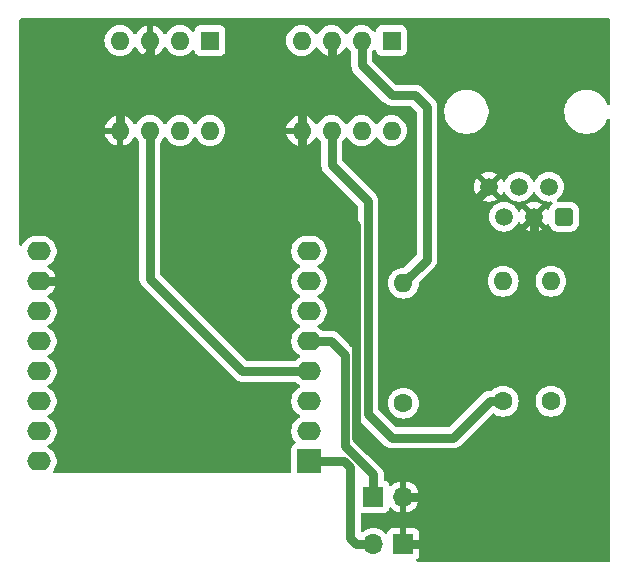
<source format=gtl>
G04 #@! TF.GenerationSoftware,KiCad,Pcbnew,8.0.5*
G04 #@! TF.CreationDate,2025-01-26T23:12:08+01:00*
G04 #@! TF.ProjectId,P1_Extender,50315f45-7874-4656-9e64-65722e6b6963,rev?*
G04 #@! TF.SameCoordinates,Original*
G04 #@! TF.FileFunction,Copper,L1,Top*
G04 #@! TF.FilePolarity,Positive*
%FSLAX46Y46*%
G04 Gerber Fmt 4.6, Leading zero omitted, Abs format (unit mm)*
G04 Created by KiCad (PCBNEW 8.0.5) date 2025-01-26 23:12:08*
%MOMM*%
%LPD*%
G01*
G04 APERTURE LIST*
G04 Aperture macros list*
%AMRoundRect*
0 Rectangle with rounded corners*
0 $1 Rounding radius*
0 $2 $3 $4 $5 $6 $7 $8 $9 X,Y pos of 4 corners*
0 Add a 4 corners polygon primitive as box body*
4,1,4,$2,$3,$4,$5,$6,$7,$8,$9,$2,$3,0*
0 Add four circle primitives for the rounded corners*
1,1,$1+$1,$2,$3*
1,1,$1+$1,$4,$5*
1,1,$1+$1,$6,$7*
1,1,$1+$1,$8,$9*
0 Add four rect primitives between the rounded corners*
20,1,$1+$1,$2,$3,$4,$5,0*
20,1,$1+$1,$4,$5,$6,$7,0*
20,1,$1+$1,$6,$7,$8,$9,0*
20,1,$1+$1,$8,$9,$2,$3,0*%
G04 Aperture macros list end*
G04 #@! TA.AperFunction,ComponentPad*
%ADD10C,1.600000*%
G04 #@! TD*
G04 #@! TA.AperFunction,ComponentPad*
%ADD11O,1.600000X1.600000*%
G04 #@! TD*
G04 #@! TA.AperFunction,ComponentPad*
%ADD12R,1.600000X1.600000*%
G04 #@! TD*
G04 #@! TA.AperFunction,ComponentPad*
%ADD13R,1.700000X1.700000*%
G04 #@! TD*
G04 #@! TA.AperFunction,ComponentPad*
%ADD14O,1.700000X1.700000*%
G04 #@! TD*
G04 #@! TA.AperFunction,ComponentPad*
%ADD15R,2.000000X2.000000*%
G04 #@! TD*
G04 #@! TA.AperFunction,ComponentPad*
%ADD16O,2.000000X1.600000*%
G04 #@! TD*
G04 #@! TA.AperFunction,ComponentPad*
%ADD17RoundRect,0.250000X0.510000X0.510000X-0.510000X0.510000X-0.510000X-0.510000X0.510000X-0.510000X0*%
G04 #@! TD*
G04 #@! TA.AperFunction,ComponentPad*
%ADD18C,1.520000*%
G04 #@! TD*
G04 #@! TA.AperFunction,Conductor*
%ADD19C,0.762000*%
G04 #@! TD*
G04 APERTURE END LIST*
D10*
X147000000Y-105080000D03*
D11*
X147000000Y-94920000D03*
D10*
X159500000Y-104910000D03*
D11*
X159500000Y-94750000D03*
D12*
X146000000Y-74380000D03*
D11*
X143460000Y-74380000D03*
X140920000Y-74380000D03*
X138380000Y-74380000D03*
X138380000Y-82000000D03*
X140920000Y-82000000D03*
X143460000Y-82000000D03*
X146000000Y-82000000D03*
D13*
X144460000Y-113000000D03*
D14*
X147000000Y-113000000D03*
D10*
X155450000Y-104910000D03*
D11*
X155450000Y-94750000D03*
D15*
X139000000Y-110000000D03*
D16*
X139000000Y-107460000D03*
X139000000Y-104920000D03*
X139000000Y-102380000D03*
X139000000Y-99840000D03*
X139000000Y-97300000D03*
X139000000Y-94760000D03*
X139000000Y-92220000D03*
X116140000Y-92220000D03*
X116140000Y-94760000D03*
X116140000Y-97300000D03*
X116140000Y-99840000D03*
X116140000Y-102380000D03*
X116140000Y-104920000D03*
X116140000Y-107460000D03*
X116140000Y-110000000D03*
D12*
X130620000Y-74380000D03*
D11*
X128080000Y-74380000D03*
X125540000Y-74380000D03*
X123000000Y-74380000D03*
X123000000Y-82000000D03*
X125540000Y-82000000D03*
X128080000Y-82000000D03*
X130620000Y-82000000D03*
D17*
X160600000Y-89290000D03*
D18*
X159330000Y-86750000D03*
X158060000Y-89290000D03*
X156790000Y-86750000D03*
X155520000Y-89290000D03*
X154250000Y-86750000D03*
D13*
X147000000Y-117000000D03*
D14*
X144460000Y-117000000D03*
D19*
X148000000Y-111000000D02*
X150000000Y-113000000D01*
X141000000Y-77000000D02*
X140920000Y-76920000D01*
X116140000Y-94760000D02*
X118240000Y-94760000D01*
X156500000Y-92500000D02*
X160500000Y-92500000D01*
X140920000Y-76920000D02*
X140920000Y-74380000D01*
X118240000Y-94760000D02*
X119000000Y-94000000D01*
X123000000Y-82000000D02*
X123000000Y-78000000D01*
X119000000Y-90000000D02*
X121000000Y-88000000D01*
X135760000Y-77000000D02*
X124000000Y-77000000D01*
X138380000Y-82000000D02*
X138380000Y-79620000D01*
X123000000Y-78000000D02*
X124000000Y-77000000D01*
X163000000Y-95000000D02*
X163000000Y-114000000D01*
X121000000Y-88000000D02*
X121000000Y-80000000D01*
X152000000Y-90000000D02*
X152000000Y-91000000D01*
X143000000Y-108000000D02*
X146000000Y-111000000D01*
X154250000Y-86750000D02*
X152000000Y-89000000D01*
X124000000Y-77000000D02*
X125540000Y-75460000D01*
X153500000Y-92500000D02*
X156500000Y-92500000D01*
X138380000Y-79620000D02*
X135760000Y-77000000D01*
X150000000Y-113000000D02*
X147000000Y-113000000D01*
X150000000Y-113000000D02*
X154000000Y-117000000D01*
X156500000Y-92500000D02*
X158060000Y-90940000D01*
X158060000Y-90940000D02*
X158060000Y-89290000D01*
X121000000Y-80000000D02*
X123000000Y-78000000D01*
X154000000Y-117000000D02*
X147000000Y-117000000D01*
X163000000Y-114000000D02*
X160000000Y-117000000D01*
X138380000Y-79620000D02*
X141000000Y-77000000D01*
X143000000Y-90000000D02*
X143000000Y-108000000D01*
X153000000Y-92000000D02*
X153500000Y-92500000D01*
X146000000Y-111000000D02*
X148000000Y-111000000D01*
X152000000Y-89000000D02*
X152000000Y-90000000D01*
X138380000Y-82000000D02*
X138380000Y-85380000D01*
X160500000Y-92500000D02*
X163000000Y-95000000D01*
X125540000Y-75460000D02*
X125540000Y-74380000D01*
X119000000Y-94000000D02*
X119000000Y-90000000D01*
X138380000Y-85380000D02*
X143000000Y-90000000D01*
X152000000Y-91000000D02*
X153000000Y-92000000D01*
X160000000Y-117000000D02*
X154000000Y-117000000D01*
X142000000Y-110000000D02*
X142500000Y-110500000D01*
X139000000Y-110000000D02*
X142000000Y-110000000D01*
X142500000Y-116500000D02*
X143000000Y-117000000D01*
X142500000Y-110500000D02*
X142500000Y-116500000D01*
X143000000Y-117000000D02*
X144460000Y-117000000D01*
X143460000Y-74380000D02*
X143460000Y-76460000D01*
X148000000Y-79000000D02*
X149000000Y-80000000D01*
X143460000Y-76460000D02*
X146000000Y-79000000D01*
X149000000Y-80000000D02*
X149000000Y-92920000D01*
X149000000Y-92920000D02*
X147000000Y-94920000D01*
X146000000Y-79000000D02*
X148000000Y-79000000D01*
X140920000Y-84920000D02*
X140920000Y-82000000D01*
X144000000Y-88000000D02*
X140920000Y-84920000D01*
X151228630Y-108000000D02*
X146000000Y-108000000D01*
X155450000Y-104910000D02*
X154318630Y-104910000D01*
X154318630Y-104910000D02*
X151228630Y-108000000D01*
X144000000Y-106000000D02*
X144000000Y-88000000D01*
X146000000Y-108000000D02*
X144000000Y-106000000D01*
X139000000Y-99840000D02*
X140878000Y-99840000D01*
X142038000Y-101000000D02*
X142038000Y-108677526D01*
X140878000Y-99840000D02*
X142038000Y-101000000D01*
X142038000Y-108677526D02*
X144460000Y-111099526D01*
X144460000Y-111099526D02*
X144460000Y-113000000D01*
X125540000Y-82000000D02*
X125540000Y-94540000D01*
X125540000Y-94540000D02*
X133380000Y-102380000D01*
X133380000Y-102380000D02*
X139000000Y-102380000D01*
G04 #@! TA.AperFunction,Conductor*
G36*
X164442539Y-72520185D02*
G01*
X164488294Y-72572989D01*
X164499500Y-72624500D01*
X164499500Y-79702911D01*
X164479815Y-79769950D01*
X164427011Y-79815705D01*
X164357853Y-79825649D01*
X164294297Y-79796624D01*
X164260939Y-79750364D01*
X164185697Y-79568714D01*
X164185692Y-79568705D01*
X164062767Y-79355792D01*
X163913101Y-79160744D01*
X163913096Y-79160738D01*
X163739261Y-78986903D01*
X163739254Y-78986897D01*
X163544212Y-78837236D01*
X163544211Y-78837235D01*
X163544208Y-78837233D01*
X163331292Y-78714306D01*
X163331285Y-78714303D01*
X163104162Y-78620225D01*
X163104155Y-78620223D01*
X163104153Y-78620222D01*
X162866677Y-78556591D01*
X162825939Y-78551227D01*
X162622934Y-78524500D01*
X162622927Y-78524500D01*
X162377073Y-78524500D01*
X162377065Y-78524500D01*
X162145059Y-78555045D01*
X162133323Y-78556591D01*
X161895847Y-78620222D01*
X161895837Y-78620225D01*
X161668714Y-78714303D01*
X161668705Y-78714307D01*
X161455787Y-78837236D01*
X161260745Y-78986897D01*
X161260738Y-78986903D01*
X161086903Y-79160738D01*
X161086897Y-79160745D01*
X160937236Y-79355787D01*
X160814307Y-79568705D01*
X160814303Y-79568714D01*
X160720225Y-79795837D01*
X160720222Y-79795847D01*
X160656592Y-80033320D01*
X160656590Y-80033331D01*
X160624500Y-80277065D01*
X160624500Y-80522934D01*
X160647093Y-80694532D01*
X160656591Y-80766677D01*
X160717832Y-80995232D01*
X160720222Y-81004152D01*
X160720225Y-81004162D01*
X160785264Y-81161179D01*
X160814306Y-81231292D01*
X160937233Y-81444208D01*
X160937235Y-81444211D01*
X160937236Y-81444212D01*
X161086897Y-81639254D01*
X161086903Y-81639261D01*
X161260738Y-81813096D01*
X161260744Y-81813101D01*
X161455792Y-81962767D01*
X161668708Y-82085694D01*
X161895847Y-82179778D01*
X162133323Y-82243409D01*
X162377073Y-82275500D01*
X162377080Y-82275500D01*
X162622920Y-82275500D01*
X162622927Y-82275500D01*
X162866677Y-82243409D01*
X163104153Y-82179778D01*
X163331292Y-82085694D01*
X163544208Y-81962767D01*
X163739256Y-81813101D01*
X163913101Y-81639256D01*
X164062767Y-81444208D01*
X164185694Y-81231292D01*
X164260939Y-81049635D01*
X164304780Y-80995232D01*
X164371074Y-80973167D01*
X164438773Y-80990446D01*
X164486384Y-81041583D01*
X164499500Y-81097088D01*
X164499500Y-118375500D01*
X164479815Y-118442539D01*
X164427011Y-118488294D01*
X164375500Y-118499500D01*
X148189269Y-118499500D01*
X148122230Y-118479815D01*
X148076475Y-118427011D01*
X148066531Y-118357853D01*
X148095556Y-118294297D01*
X148114958Y-118276234D01*
X148207187Y-118207190D01*
X148207190Y-118207187D01*
X148293350Y-118092093D01*
X148293354Y-118092086D01*
X148343596Y-117957379D01*
X148343598Y-117957372D01*
X148349999Y-117897844D01*
X148350000Y-117897827D01*
X148350000Y-117250000D01*
X147433012Y-117250000D01*
X147465925Y-117192993D01*
X147500000Y-117065826D01*
X147500000Y-116934174D01*
X147465925Y-116807007D01*
X147433012Y-116750000D01*
X148350000Y-116750000D01*
X148350000Y-116102172D01*
X148349999Y-116102155D01*
X148343598Y-116042627D01*
X148343596Y-116042620D01*
X148293354Y-115907913D01*
X148293350Y-115907906D01*
X148207190Y-115792812D01*
X148207187Y-115792809D01*
X148092093Y-115706649D01*
X148092086Y-115706645D01*
X147957379Y-115656403D01*
X147957372Y-115656401D01*
X147897844Y-115650000D01*
X147250000Y-115650000D01*
X147250000Y-116566988D01*
X147192993Y-116534075D01*
X147065826Y-116500000D01*
X146934174Y-116500000D01*
X146807007Y-116534075D01*
X146750000Y-116566988D01*
X146750000Y-115650000D01*
X146102155Y-115650000D01*
X146042627Y-115656401D01*
X146042620Y-115656403D01*
X145907913Y-115706645D01*
X145907906Y-115706649D01*
X145792812Y-115792809D01*
X145792809Y-115792812D01*
X145706649Y-115907906D01*
X145706645Y-115907913D01*
X145657578Y-116039470D01*
X145615707Y-116095404D01*
X145550242Y-116119821D01*
X145481969Y-116104969D01*
X145453715Y-116083819D01*
X145409366Y-116039470D01*
X145331401Y-115961505D01*
X145331397Y-115961502D01*
X145331396Y-115961501D01*
X145137834Y-115825967D01*
X145137830Y-115825965D01*
X145066727Y-115792809D01*
X144923663Y-115726097D01*
X144923659Y-115726096D01*
X144923655Y-115726094D01*
X144695413Y-115664938D01*
X144695403Y-115664936D01*
X144460001Y-115644341D01*
X144459999Y-115644341D01*
X144224596Y-115664936D01*
X144224586Y-115664938D01*
X143996344Y-115726094D01*
X143996335Y-115726098D01*
X143782171Y-115825964D01*
X143782169Y-115825965D01*
X143588602Y-115961502D01*
X143585201Y-115964356D01*
X143521191Y-115992365D01*
X143452200Y-115981322D01*
X143400131Y-115934733D01*
X143381500Y-115869362D01*
X143381500Y-114469126D01*
X143401185Y-114402087D01*
X143453989Y-114356332D01*
X143518755Y-114345837D01*
X143525965Y-114346612D01*
X143562127Y-114350500D01*
X145357872Y-114350499D01*
X145417483Y-114344091D01*
X145552331Y-114293796D01*
X145667546Y-114207546D01*
X145753796Y-114092331D01*
X145803002Y-113960401D01*
X145844872Y-113904468D01*
X145910337Y-113880050D01*
X145978610Y-113894901D01*
X146006865Y-113916053D01*
X146128917Y-114038105D01*
X146322421Y-114173600D01*
X146536507Y-114273429D01*
X146536516Y-114273433D01*
X146750000Y-114330634D01*
X146750000Y-113433012D01*
X146807007Y-113465925D01*
X146934174Y-113500000D01*
X147065826Y-113500000D01*
X147192993Y-113465925D01*
X147250000Y-113433012D01*
X147250000Y-114330633D01*
X147463483Y-114273433D01*
X147463492Y-114273429D01*
X147677578Y-114173600D01*
X147871082Y-114038105D01*
X148038105Y-113871082D01*
X148173600Y-113677578D01*
X148273429Y-113463492D01*
X148273432Y-113463486D01*
X148330636Y-113250000D01*
X147433012Y-113250000D01*
X147465925Y-113192993D01*
X147500000Y-113065826D01*
X147500000Y-112934174D01*
X147465925Y-112807007D01*
X147433012Y-112750000D01*
X148330636Y-112750000D01*
X148330635Y-112749999D01*
X148273432Y-112536513D01*
X148273429Y-112536507D01*
X148173600Y-112322422D01*
X148173599Y-112322420D01*
X148038113Y-112128926D01*
X148038108Y-112128920D01*
X147871082Y-111961894D01*
X147677578Y-111826399D01*
X147463492Y-111726570D01*
X147463486Y-111726567D01*
X147250000Y-111669364D01*
X147250000Y-112566988D01*
X147192993Y-112534075D01*
X147065826Y-112500000D01*
X146934174Y-112500000D01*
X146807007Y-112534075D01*
X146750000Y-112566988D01*
X146750000Y-111669364D01*
X146749999Y-111669364D01*
X146536513Y-111726567D01*
X146536507Y-111726570D01*
X146322422Y-111826399D01*
X146322420Y-111826400D01*
X146128926Y-111961886D01*
X146006865Y-112083947D01*
X145945542Y-112117431D01*
X145875850Y-112112447D01*
X145819917Y-112070575D01*
X145803002Y-112039598D01*
X145753797Y-111907671D01*
X145753793Y-111907664D01*
X145667547Y-111792455D01*
X145667544Y-111792452D01*
X145552335Y-111706206D01*
X145552328Y-111706202D01*
X145422167Y-111657655D01*
X145366233Y-111615784D01*
X145341816Y-111550319D01*
X145341500Y-111541473D01*
X145341500Y-111012704D01*
X145322571Y-110917548D01*
X145322571Y-110917547D01*
X145307624Y-110842402D01*
X145291011Y-110802296D01*
X145241178Y-110681985D01*
X145241171Y-110681972D01*
X145144705Y-110537602D01*
X145144702Y-110537598D01*
X142955819Y-108348715D01*
X142922334Y-108287392D01*
X142919500Y-108261034D01*
X142919500Y-106318301D01*
X142939185Y-106251262D01*
X142991989Y-106205507D01*
X143061147Y-106195563D01*
X143124703Y-106224588D01*
X143158061Y-106270849D01*
X143205537Y-106385468D01*
X143218825Y-106417547D01*
X143252555Y-106468028D01*
X143315295Y-106561926D01*
X145438073Y-108684704D01*
X145582456Y-108781177D01*
X145742871Y-108847622D01*
X145742876Y-108847624D01*
X145742880Y-108847624D01*
X145742881Y-108847625D01*
X145913176Y-108881500D01*
X145913179Y-108881500D01*
X151315453Y-108881500D01*
X151430023Y-108858709D01*
X151485754Y-108847624D01*
X151565965Y-108814399D01*
X151646173Y-108781177D01*
X151646174Y-108781176D01*
X151646177Y-108781175D01*
X151790554Y-108684706D01*
X154510441Y-105964818D01*
X154571762Y-105931335D01*
X154641454Y-105936319D01*
X154669242Y-105950925D01*
X154797266Y-106040568D01*
X155003504Y-106136739D01*
X155223308Y-106195635D01*
X155385230Y-106209801D01*
X155449998Y-106215468D01*
X155450000Y-106215468D01*
X155450002Y-106215468D01*
X155506673Y-106210509D01*
X155676692Y-106195635D01*
X155896496Y-106136739D01*
X156102734Y-106040568D01*
X156289139Y-105910047D01*
X156450047Y-105749139D01*
X156580568Y-105562734D01*
X156676739Y-105356496D01*
X156735635Y-105136692D01*
X156755468Y-104910000D01*
X156755468Y-104909998D01*
X158194532Y-104909998D01*
X158194532Y-104910001D01*
X158214364Y-105136686D01*
X158214366Y-105136697D01*
X158273258Y-105356488D01*
X158273261Y-105356497D01*
X158369431Y-105562732D01*
X158369432Y-105562734D01*
X158499954Y-105749141D01*
X158660858Y-105910045D01*
X158660861Y-105910047D01*
X158847266Y-106040568D01*
X159053504Y-106136739D01*
X159273308Y-106195635D01*
X159435230Y-106209801D01*
X159499998Y-106215468D01*
X159500000Y-106215468D01*
X159500002Y-106215468D01*
X159556673Y-106210509D01*
X159726692Y-106195635D01*
X159946496Y-106136739D01*
X160152734Y-106040568D01*
X160339139Y-105910047D01*
X160500047Y-105749139D01*
X160630568Y-105562734D01*
X160726739Y-105356496D01*
X160785635Y-105136692D01*
X160805468Y-104910000D01*
X160785635Y-104683308D01*
X160726739Y-104463504D01*
X160630568Y-104257266D01*
X160500047Y-104070861D01*
X160500045Y-104070858D01*
X160339141Y-103909954D01*
X160152734Y-103779432D01*
X160152732Y-103779431D01*
X159946497Y-103683261D01*
X159946488Y-103683258D01*
X159726697Y-103624366D01*
X159726693Y-103624365D01*
X159726692Y-103624365D01*
X159726691Y-103624364D01*
X159726686Y-103624364D01*
X159500002Y-103604532D01*
X159499998Y-103604532D01*
X159273313Y-103624364D01*
X159273302Y-103624366D01*
X159053511Y-103683258D01*
X159053502Y-103683261D01*
X158847267Y-103779431D01*
X158847265Y-103779432D01*
X158660858Y-103909954D01*
X158499954Y-104070858D01*
X158369432Y-104257265D01*
X158369431Y-104257267D01*
X158273261Y-104463502D01*
X158273258Y-104463511D01*
X158214366Y-104683302D01*
X158214364Y-104683313D01*
X158194532Y-104909998D01*
X156755468Y-104909998D01*
X156735635Y-104683308D01*
X156676739Y-104463504D01*
X156580568Y-104257266D01*
X156450047Y-104070861D01*
X156450045Y-104070858D01*
X156289141Y-103909954D01*
X156102734Y-103779432D01*
X156102732Y-103779431D01*
X155896497Y-103683261D01*
X155896488Y-103683258D01*
X155676697Y-103624366D01*
X155676693Y-103624365D01*
X155676692Y-103624365D01*
X155676691Y-103624364D01*
X155676686Y-103624364D01*
X155450002Y-103604532D01*
X155449998Y-103604532D01*
X155223313Y-103624364D01*
X155223302Y-103624366D01*
X155003511Y-103683258D01*
X155003502Y-103683261D01*
X154797267Y-103779431D01*
X154797265Y-103779432D01*
X154610862Y-103909951D01*
X154571383Y-103949431D01*
X154528631Y-103992182D01*
X154467311Y-104025666D01*
X154440952Y-104028500D01*
X154231804Y-104028500D01*
X154061513Y-104062373D01*
X154061505Y-104062375D01*
X153948070Y-104109362D01*
X153948069Y-104109362D01*
X153901090Y-104128821D01*
X153901085Y-104128823D01*
X153901083Y-104128825D01*
X153880214Y-104142768D01*
X153880074Y-104142863D01*
X153880073Y-104142862D01*
X153756703Y-104225295D01*
X153756700Y-104225298D01*
X150899819Y-107082181D01*
X150838496Y-107115666D01*
X150812138Y-107118500D01*
X146416492Y-107118500D01*
X146349453Y-107098815D01*
X146328811Y-107082181D01*
X144917819Y-105671189D01*
X144884334Y-105609866D01*
X144881500Y-105583508D01*
X144881500Y-105079998D01*
X145694532Y-105079998D01*
X145694532Y-105080001D01*
X145714364Y-105306686D01*
X145714366Y-105306697D01*
X145773258Y-105526488D01*
X145773261Y-105526497D01*
X145869431Y-105732732D01*
X145869432Y-105732734D01*
X145999954Y-105919141D01*
X146160858Y-106080045D01*
X146160861Y-106080047D01*
X146347266Y-106210568D01*
X146553504Y-106306739D01*
X146773308Y-106365635D01*
X146935230Y-106379801D01*
X146999998Y-106385468D01*
X147000000Y-106385468D01*
X147000002Y-106385468D01*
X147056673Y-106380509D01*
X147226692Y-106365635D01*
X147446496Y-106306739D01*
X147652734Y-106210568D01*
X147839139Y-106080047D01*
X148000047Y-105919139D01*
X148130568Y-105732734D01*
X148226739Y-105526496D01*
X148285635Y-105306692D01*
X148305468Y-105080000D01*
X148285635Y-104853308D01*
X148226739Y-104633504D01*
X148130568Y-104427266D01*
X148000047Y-104240861D01*
X148000045Y-104240858D01*
X147839141Y-104079954D01*
X147652734Y-103949432D01*
X147652732Y-103949431D01*
X147446497Y-103853261D01*
X147446488Y-103853258D01*
X147226697Y-103794366D01*
X147226693Y-103794365D01*
X147226692Y-103794365D01*
X147226691Y-103794364D01*
X147226686Y-103794364D01*
X147000002Y-103774532D01*
X146999998Y-103774532D01*
X146773313Y-103794364D01*
X146773302Y-103794366D01*
X146553511Y-103853258D01*
X146553502Y-103853261D01*
X146347267Y-103949431D01*
X146347265Y-103949432D01*
X146160858Y-104079954D01*
X145999954Y-104240858D01*
X145869432Y-104427265D01*
X145869431Y-104427267D01*
X145773261Y-104633502D01*
X145773258Y-104633511D01*
X145714366Y-104853302D01*
X145714364Y-104853313D01*
X145694532Y-105079998D01*
X144881500Y-105079998D01*
X144881500Y-87913178D01*
X144881499Y-87913174D01*
X144868097Y-87845796D01*
X144847625Y-87742876D01*
X144783499Y-87588065D01*
X144781856Y-87583473D01*
X144781175Y-87582453D01*
X144684706Y-87438077D01*
X144561923Y-87315294D01*
X143299876Y-86053247D01*
X141837819Y-84591189D01*
X141804334Y-84529866D01*
X141801500Y-84503508D01*
X141801500Y-83009048D01*
X141821185Y-82942009D01*
X141837814Y-82921371D01*
X141920047Y-82839139D01*
X142050568Y-82652734D01*
X142077618Y-82594724D01*
X142123790Y-82542285D01*
X142190983Y-82523133D01*
X142257865Y-82543348D01*
X142302382Y-82594725D01*
X142329429Y-82652728D01*
X142329432Y-82652734D01*
X142459954Y-82839141D01*
X142620858Y-83000045D01*
X142620861Y-83000047D01*
X142807266Y-83130568D01*
X143013504Y-83226739D01*
X143233308Y-83285635D01*
X143395230Y-83299801D01*
X143459998Y-83305468D01*
X143460000Y-83305468D01*
X143460002Y-83305468D01*
X143516673Y-83300509D01*
X143686692Y-83285635D01*
X143906496Y-83226739D01*
X144112734Y-83130568D01*
X144299139Y-83000047D01*
X144460047Y-82839139D01*
X144590568Y-82652734D01*
X144617618Y-82594724D01*
X144663790Y-82542285D01*
X144730983Y-82523133D01*
X144797865Y-82543348D01*
X144842382Y-82594725D01*
X144869429Y-82652728D01*
X144869432Y-82652734D01*
X144999954Y-82839141D01*
X145160858Y-83000045D01*
X145160861Y-83000047D01*
X145347266Y-83130568D01*
X145553504Y-83226739D01*
X145773308Y-83285635D01*
X145935230Y-83299801D01*
X145999998Y-83305468D01*
X146000000Y-83305468D01*
X146000002Y-83305468D01*
X146056673Y-83300509D01*
X146226692Y-83285635D01*
X146446496Y-83226739D01*
X146652734Y-83130568D01*
X146839139Y-83000047D01*
X147000047Y-82839139D01*
X147130568Y-82652734D01*
X147226739Y-82446496D01*
X147285635Y-82226692D01*
X147305468Y-82000000D01*
X147285635Y-81773308D01*
X147226739Y-81553504D01*
X147130568Y-81347266D01*
X147000047Y-81160861D01*
X147000045Y-81160858D01*
X146839141Y-80999954D01*
X146652734Y-80869432D01*
X146652732Y-80869431D01*
X146446497Y-80773261D01*
X146446488Y-80773258D01*
X146226697Y-80714366D01*
X146226693Y-80714365D01*
X146226692Y-80714365D01*
X146226691Y-80714364D01*
X146226686Y-80714364D01*
X146000002Y-80694532D01*
X145999998Y-80694532D01*
X145773313Y-80714364D01*
X145773302Y-80714366D01*
X145553511Y-80773258D01*
X145553502Y-80773261D01*
X145347267Y-80869431D01*
X145347265Y-80869432D01*
X145160858Y-80999954D01*
X144999954Y-81160858D01*
X144869432Y-81347265D01*
X144869431Y-81347267D01*
X144842382Y-81405275D01*
X144796209Y-81457714D01*
X144729016Y-81476866D01*
X144662135Y-81456650D01*
X144617618Y-81405275D01*
X144590686Y-81347520D01*
X144590568Y-81347266D01*
X144460047Y-81160861D01*
X144460045Y-81160858D01*
X144299141Y-80999954D01*
X144112734Y-80869432D01*
X144112732Y-80869431D01*
X143906497Y-80773261D01*
X143906488Y-80773258D01*
X143686697Y-80714366D01*
X143686693Y-80714365D01*
X143686692Y-80714365D01*
X143686691Y-80714364D01*
X143686686Y-80714364D01*
X143460002Y-80694532D01*
X143459998Y-80694532D01*
X143233313Y-80714364D01*
X143233302Y-80714366D01*
X143013511Y-80773258D01*
X143013502Y-80773261D01*
X142807267Y-80869431D01*
X142807265Y-80869432D01*
X142620858Y-80999954D01*
X142459954Y-81160858D01*
X142329432Y-81347265D01*
X142329431Y-81347267D01*
X142302382Y-81405275D01*
X142256209Y-81457714D01*
X142189016Y-81476866D01*
X142122135Y-81456650D01*
X142077618Y-81405275D01*
X142050686Y-81347520D01*
X142050568Y-81347266D01*
X141920047Y-81160861D01*
X141920045Y-81160858D01*
X141759141Y-80999954D01*
X141572734Y-80869432D01*
X141572732Y-80869431D01*
X141366497Y-80773261D01*
X141366488Y-80773258D01*
X141146697Y-80714366D01*
X141146693Y-80714365D01*
X141146692Y-80714365D01*
X141146691Y-80714364D01*
X141146686Y-80714364D01*
X140920002Y-80694532D01*
X140919998Y-80694532D01*
X140693313Y-80714364D01*
X140693302Y-80714366D01*
X140473511Y-80773258D01*
X140473502Y-80773261D01*
X140267267Y-80869431D01*
X140267265Y-80869432D01*
X140080858Y-80999954D01*
X139919954Y-81160858D01*
X139789433Y-81347264D01*
X139789432Y-81347266D01*
X139789315Y-81347518D01*
X139762106Y-81405867D01*
X139715933Y-81458306D01*
X139648739Y-81477457D01*
X139581858Y-81457241D01*
X139537342Y-81405865D01*
X139510135Y-81347520D01*
X139510134Y-81347518D01*
X139379657Y-81161179D01*
X139218820Y-81000342D01*
X139032482Y-80869865D01*
X138826328Y-80773734D01*
X138630000Y-80721127D01*
X138630000Y-81684314D01*
X138625606Y-81679920D01*
X138534394Y-81627259D01*
X138432661Y-81600000D01*
X138327339Y-81600000D01*
X138225606Y-81627259D01*
X138134394Y-81679920D01*
X138130000Y-81684314D01*
X138130000Y-80721127D01*
X137933671Y-80773734D01*
X137727517Y-80869865D01*
X137541179Y-81000342D01*
X137380342Y-81161179D01*
X137249865Y-81347517D01*
X137153734Y-81553673D01*
X137153730Y-81553682D01*
X137101127Y-81749999D01*
X137101128Y-81750000D01*
X138064314Y-81750000D01*
X138059920Y-81754394D01*
X138007259Y-81845606D01*
X137980000Y-81947339D01*
X137980000Y-82052661D01*
X138007259Y-82154394D01*
X138059920Y-82245606D01*
X138064314Y-82250000D01*
X137101128Y-82250000D01*
X137153730Y-82446317D01*
X137153734Y-82446326D01*
X137249865Y-82652482D01*
X137380342Y-82838820D01*
X137541179Y-82999657D01*
X137727517Y-83130134D01*
X137933673Y-83226265D01*
X137933682Y-83226269D01*
X138129999Y-83278872D01*
X138130000Y-83278871D01*
X138130000Y-82315686D01*
X138134394Y-82320080D01*
X138225606Y-82372741D01*
X138327339Y-82400000D01*
X138432661Y-82400000D01*
X138534394Y-82372741D01*
X138625606Y-82320080D01*
X138630000Y-82315686D01*
X138630000Y-83278872D01*
X138826317Y-83226269D01*
X138826326Y-83226265D01*
X139032482Y-83130134D01*
X139218820Y-82999657D01*
X139379657Y-82838820D01*
X139510132Y-82652484D01*
X139537341Y-82594134D01*
X139583513Y-82541695D01*
X139650707Y-82522542D01*
X139717588Y-82542757D01*
X139762106Y-82594133D01*
X139789431Y-82652732D01*
X139789432Y-82652734D01*
X139919951Y-82839137D01*
X139919952Y-82839138D01*
X139919953Y-82839139D01*
X140002182Y-82921368D01*
X140035666Y-82982689D01*
X140038500Y-83009048D01*
X140038500Y-84833179D01*
X140038500Y-85006821D01*
X140038500Y-85006823D01*
X140038499Y-85006823D01*
X140072374Y-85177118D01*
X140072377Y-85177128D01*
X140138822Y-85337543D01*
X140235295Y-85481926D01*
X140235296Y-85481927D01*
X143082181Y-88328810D01*
X143115666Y-88390133D01*
X143118500Y-88416491D01*
X143118500Y-100681696D01*
X143098815Y-100748735D01*
X143046011Y-100794490D01*
X142976853Y-100804434D01*
X142913297Y-100775409D01*
X142879939Y-100729150D01*
X142821499Y-100588065D01*
X142819856Y-100583473D01*
X142819175Y-100582453D01*
X142722706Y-100438077D01*
X142599923Y-100315294D01*
X142429163Y-100144534D01*
X141439927Y-99155296D01*
X141439926Y-99155295D01*
X141295543Y-99058822D01*
X141135128Y-98992377D01*
X141135118Y-98992374D01*
X140964823Y-98958500D01*
X140964821Y-98958500D01*
X140964820Y-98958500D01*
X140209047Y-98958500D01*
X140142008Y-98938815D01*
X140121366Y-98922181D01*
X140047213Y-98848028D01*
X139881614Y-98727715D01*
X139875006Y-98724348D01*
X139788917Y-98680483D01*
X139738123Y-98632511D01*
X139721328Y-98564690D01*
X139743865Y-98498555D01*
X139788917Y-98459516D01*
X139881610Y-98412287D01*
X139902770Y-98396913D01*
X140047213Y-98291971D01*
X140047215Y-98291968D01*
X140047219Y-98291966D01*
X140191966Y-98147219D01*
X140191968Y-98147215D01*
X140191971Y-98147213D01*
X140244732Y-98074590D01*
X140312287Y-97981610D01*
X140405220Y-97799219D01*
X140468477Y-97604534D01*
X140500500Y-97402352D01*
X140500500Y-97197648D01*
X140468477Y-96995466D01*
X140405220Y-96800781D01*
X140405218Y-96800778D01*
X140405218Y-96800776D01*
X140371503Y-96734607D01*
X140312287Y-96618390D01*
X140304556Y-96607749D01*
X140191971Y-96452786D01*
X140047213Y-96308028D01*
X139881614Y-96187715D01*
X139875006Y-96184348D01*
X139788917Y-96140483D01*
X139738123Y-96092511D01*
X139721328Y-96024690D01*
X139743865Y-95958555D01*
X139788917Y-95919516D01*
X139881610Y-95872287D01*
X139902770Y-95856913D01*
X140047213Y-95751971D01*
X140047215Y-95751968D01*
X140047219Y-95751966D01*
X140191966Y-95607219D01*
X140191968Y-95607215D01*
X140191971Y-95607213D01*
X140244732Y-95534590D01*
X140312287Y-95441610D01*
X140405220Y-95259219D01*
X140468477Y-95064534D01*
X140500500Y-94862352D01*
X140500500Y-94657648D01*
X140478889Y-94521206D01*
X140468477Y-94455465D01*
X140419104Y-94303511D01*
X140405220Y-94260781D01*
X140405218Y-94260778D01*
X140405218Y-94260776D01*
X140348706Y-94149866D01*
X140312287Y-94078390D01*
X140304556Y-94067749D01*
X140191971Y-93912786D01*
X140047213Y-93768028D01*
X139881614Y-93647715D01*
X139826105Y-93619432D01*
X139788917Y-93600483D01*
X139738123Y-93552511D01*
X139721328Y-93484690D01*
X139743865Y-93418555D01*
X139788917Y-93379516D01*
X139881610Y-93332287D01*
X139902770Y-93316913D01*
X140047213Y-93211971D01*
X140047215Y-93211968D01*
X140047219Y-93211966D01*
X140191966Y-93067219D01*
X140191968Y-93067215D01*
X140191971Y-93067213D01*
X140244732Y-92994590D01*
X140312287Y-92901610D01*
X140405220Y-92719219D01*
X140468477Y-92524534D01*
X140500500Y-92322352D01*
X140500500Y-92117648D01*
X140468477Y-91915466D01*
X140405220Y-91720781D01*
X140405218Y-91720778D01*
X140405218Y-91720776D01*
X140371503Y-91654607D01*
X140312287Y-91538390D01*
X140304556Y-91527749D01*
X140191971Y-91372786D01*
X140047213Y-91228028D01*
X139881613Y-91107715D01*
X139881612Y-91107714D01*
X139881610Y-91107713D01*
X139824653Y-91078691D01*
X139699223Y-91014781D01*
X139504534Y-90951522D01*
X139329995Y-90923878D01*
X139302352Y-90919500D01*
X138697648Y-90919500D01*
X138673329Y-90923351D01*
X138495465Y-90951522D01*
X138300776Y-91014781D01*
X138118386Y-91107715D01*
X137952786Y-91228028D01*
X137808028Y-91372786D01*
X137687715Y-91538386D01*
X137594781Y-91720776D01*
X137531522Y-91915465D01*
X137499500Y-92117648D01*
X137499500Y-92322351D01*
X137531522Y-92524534D01*
X137594781Y-92719223D01*
X137687715Y-92901613D01*
X137808028Y-93067213D01*
X137952786Y-93211971D01*
X138107749Y-93324556D01*
X138118390Y-93332287D01*
X138209840Y-93378883D01*
X138211080Y-93379515D01*
X138261876Y-93427490D01*
X138278671Y-93495311D01*
X138256134Y-93561446D01*
X138211080Y-93600485D01*
X138118386Y-93647715D01*
X137952786Y-93768028D01*
X137808028Y-93912786D01*
X137687715Y-94078386D01*
X137594781Y-94260776D01*
X137531522Y-94455465D01*
X137499500Y-94657648D01*
X137499500Y-94862351D01*
X137531522Y-95064534D01*
X137594781Y-95259223D01*
X137687715Y-95441613D01*
X137808028Y-95607213D01*
X137952786Y-95751971D01*
X138107749Y-95864556D01*
X138118390Y-95872287D01*
X138209840Y-95918883D01*
X138211080Y-95919515D01*
X138261876Y-95967490D01*
X138278671Y-96035311D01*
X138256134Y-96101446D01*
X138211080Y-96140485D01*
X138118386Y-96187715D01*
X137952786Y-96308028D01*
X137808028Y-96452786D01*
X137687715Y-96618386D01*
X137594781Y-96800776D01*
X137531522Y-96995465D01*
X137499500Y-97197648D01*
X137499500Y-97402351D01*
X137531522Y-97604534D01*
X137594781Y-97799223D01*
X137687715Y-97981613D01*
X137808028Y-98147213D01*
X137952786Y-98291971D01*
X138107749Y-98404556D01*
X138118390Y-98412287D01*
X138209840Y-98458883D01*
X138211080Y-98459515D01*
X138261876Y-98507490D01*
X138278671Y-98575311D01*
X138256134Y-98641446D01*
X138211080Y-98680485D01*
X138118386Y-98727715D01*
X137952786Y-98848028D01*
X137808028Y-98992786D01*
X137687715Y-99158386D01*
X137594781Y-99340776D01*
X137531522Y-99535465D01*
X137499500Y-99737648D01*
X137499500Y-99942351D01*
X137531522Y-100144534D01*
X137594781Y-100339223D01*
X137687715Y-100521613D01*
X137808028Y-100687213D01*
X137952786Y-100831971D01*
X138064563Y-100913180D01*
X138118390Y-100952287D01*
X138209840Y-100998883D01*
X138211080Y-100999515D01*
X138261876Y-101047490D01*
X138278671Y-101115311D01*
X138256134Y-101181446D01*
X138211080Y-101220485D01*
X138118386Y-101267715D01*
X137952786Y-101388028D01*
X137952782Y-101388032D01*
X137878634Y-101462181D01*
X137817311Y-101495666D01*
X137790953Y-101498500D01*
X133796491Y-101498500D01*
X133729452Y-101478815D01*
X133708810Y-101462181D01*
X126457819Y-94211189D01*
X126424334Y-94149866D01*
X126421500Y-94123508D01*
X126421500Y-83009048D01*
X126441185Y-82942009D01*
X126457814Y-82921371D01*
X126540047Y-82839139D01*
X126670568Y-82652734D01*
X126697618Y-82594724D01*
X126743790Y-82542285D01*
X126810983Y-82523133D01*
X126877865Y-82543348D01*
X126922382Y-82594725D01*
X126949429Y-82652728D01*
X126949432Y-82652734D01*
X127079954Y-82839141D01*
X127240858Y-83000045D01*
X127240861Y-83000047D01*
X127427266Y-83130568D01*
X127633504Y-83226739D01*
X127853308Y-83285635D01*
X128015230Y-83299801D01*
X128079998Y-83305468D01*
X128080000Y-83305468D01*
X128080002Y-83305468D01*
X128136673Y-83300509D01*
X128306692Y-83285635D01*
X128526496Y-83226739D01*
X128732734Y-83130568D01*
X128919139Y-83000047D01*
X129080047Y-82839139D01*
X129210568Y-82652734D01*
X129237618Y-82594724D01*
X129283790Y-82542285D01*
X129350983Y-82523133D01*
X129417865Y-82543348D01*
X129462382Y-82594725D01*
X129489429Y-82652728D01*
X129489432Y-82652734D01*
X129619954Y-82839141D01*
X129780858Y-83000045D01*
X129780861Y-83000047D01*
X129967266Y-83130568D01*
X130173504Y-83226739D01*
X130393308Y-83285635D01*
X130555230Y-83299801D01*
X130619998Y-83305468D01*
X130620000Y-83305468D01*
X130620002Y-83305468D01*
X130676673Y-83300509D01*
X130846692Y-83285635D01*
X131066496Y-83226739D01*
X131272734Y-83130568D01*
X131459139Y-83000047D01*
X131620047Y-82839139D01*
X131750568Y-82652734D01*
X131846739Y-82446496D01*
X131905635Y-82226692D01*
X131925468Y-82000000D01*
X131905635Y-81773308D01*
X131846739Y-81553504D01*
X131750568Y-81347266D01*
X131620047Y-81160861D01*
X131620045Y-81160858D01*
X131459141Y-80999954D01*
X131272734Y-80869432D01*
X131272732Y-80869431D01*
X131066497Y-80773261D01*
X131066488Y-80773258D01*
X130846697Y-80714366D01*
X130846693Y-80714365D01*
X130846692Y-80714365D01*
X130846691Y-80714364D01*
X130846686Y-80714364D01*
X130620002Y-80694532D01*
X130619998Y-80694532D01*
X130393313Y-80714364D01*
X130393302Y-80714366D01*
X130173511Y-80773258D01*
X130173502Y-80773261D01*
X129967267Y-80869431D01*
X129967265Y-80869432D01*
X129780858Y-80999954D01*
X129619954Y-81160858D01*
X129489432Y-81347265D01*
X129489431Y-81347267D01*
X129462382Y-81405275D01*
X129416209Y-81457714D01*
X129349016Y-81476866D01*
X129282135Y-81456650D01*
X129237618Y-81405275D01*
X129210686Y-81347520D01*
X129210568Y-81347266D01*
X129080047Y-81160861D01*
X129080045Y-81160858D01*
X128919141Y-80999954D01*
X128732734Y-80869432D01*
X128732732Y-80869431D01*
X128526497Y-80773261D01*
X128526488Y-80773258D01*
X128306697Y-80714366D01*
X128306693Y-80714365D01*
X128306692Y-80714365D01*
X128306691Y-80714364D01*
X128306686Y-80714364D01*
X128080002Y-80694532D01*
X128079998Y-80694532D01*
X127853313Y-80714364D01*
X127853302Y-80714366D01*
X127633511Y-80773258D01*
X127633502Y-80773261D01*
X127427267Y-80869431D01*
X127427265Y-80869432D01*
X127240858Y-80999954D01*
X127079954Y-81160858D01*
X126949432Y-81347265D01*
X126949431Y-81347267D01*
X126922382Y-81405275D01*
X126876209Y-81457714D01*
X126809016Y-81476866D01*
X126742135Y-81456650D01*
X126697618Y-81405275D01*
X126670686Y-81347520D01*
X126670568Y-81347266D01*
X126540047Y-81160861D01*
X126540045Y-81160858D01*
X126379141Y-80999954D01*
X126192734Y-80869432D01*
X126192732Y-80869431D01*
X125986497Y-80773261D01*
X125986488Y-80773258D01*
X125766697Y-80714366D01*
X125766693Y-80714365D01*
X125766692Y-80714365D01*
X125766691Y-80714364D01*
X125766686Y-80714364D01*
X125540002Y-80694532D01*
X125539998Y-80694532D01*
X125313313Y-80714364D01*
X125313302Y-80714366D01*
X125093511Y-80773258D01*
X125093502Y-80773261D01*
X124887267Y-80869431D01*
X124887265Y-80869432D01*
X124700858Y-80999954D01*
X124539954Y-81160858D01*
X124409433Y-81347264D01*
X124409432Y-81347266D01*
X124409315Y-81347518D01*
X124382106Y-81405867D01*
X124335933Y-81458306D01*
X124268739Y-81477457D01*
X124201858Y-81457241D01*
X124157342Y-81405865D01*
X124130135Y-81347520D01*
X124130134Y-81347518D01*
X123999657Y-81161179D01*
X123838820Y-81000342D01*
X123652482Y-80869865D01*
X123446328Y-80773734D01*
X123250000Y-80721127D01*
X123250000Y-81684314D01*
X123245606Y-81679920D01*
X123154394Y-81627259D01*
X123052661Y-81600000D01*
X122947339Y-81600000D01*
X122845606Y-81627259D01*
X122754394Y-81679920D01*
X122750000Y-81684314D01*
X122750000Y-80721127D01*
X122553671Y-80773734D01*
X122347517Y-80869865D01*
X122161179Y-81000342D01*
X122000342Y-81161179D01*
X121869865Y-81347517D01*
X121773734Y-81553673D01*
X121773730Y-81553682D01*
X121721127Y-81749999D01*
X121721128Y-81750000D01*
X122684314Y-81750000D01*
X122679920Y-81754394D01*
X122627259Y-81845606D01*
X122600000Y-81947339D01*
X122600000Y-82052661D01*
X122627259Y-82154394D01*
X122679920Y-82245606D01*
X122684314Y-82250000D01*
X121721128Y-82250000D01*
X121773730Y-82446317D01*
X121773734Y-82446326D01*
X121869865Y-82652482D01*
X122000342Y-82838820D01*
X122161179Y-82999657D01*
X122347517Y-83130134D01*
X122553673Y-83226265D01*
X122553682Y-83226269D01*
X122749999Y-83278872D01*
X122750000Y-83278871D01*
X122750000Y-82315686D01*
X122754394Y-82320080D01*
X122845606Y-82372741D01*
X122947339Y-82400000D01*
X123052661Y-82400000D01*
X123154394Y-82372741D01*
X123245606Y-82320080D01*
X123250000Y-82315686D01*
X123250000Y-83278872D01*
X123446317Y-83226269D01*
X123446326Y-83226265D01*
X123652482Y-83130134D01*
X123838820Y-82999657D01*
X123999657Y-82838820D01*
X124130132Y-82652484D01*
X124157341Y-82594134D01*
X124203513Y-82541695D01*
X124270707Y-82522542D01*
X124337588Y-82542757D01*
X124382106Y-82594133D01*
X124409431Y-82652732D01*
X124409432Y-82652734D01*
X124539951Y-82839137D01*
X124539952Y-82839138D01*
X124539953Y-82839139D01*
X124622182Y-82921368D01*
X124655666Y-82982689D01*
X124658500Y-83009048D01*
X124658500Y-94453179D01*
X124658500Y-94626821D01*
X124658500Y-94626823D01*
X124658499Y-94626823D01*
X124692374Y-94797118D01*
X124692377Y-94797128D01*
X124758822Y-94957543D01*
X124855295Y-95101926D01*
X124855296Y-95101927D01*
X132818072Y-103064702D01*
X132818076Y-103064705D01*
X132962446Y-103161171D01*
X132962459Y-103161178D01*
X133121884Y-103227213D01*
X133122876Y-103227624D01*
X133122880Y-103227624D01*
X133122881Y-103227625D01*
X133293176Y-103261500D01*
X133293179Y-103261500D01*
X133293180Y-103261500D01*
X137790953Y-103261500D01*
X137857992Y-103281185D01*
X137878634Y-103297819D01*
X137952786Y-103371971D01*
X138107749Y-103484556D01*
X138118390Y-103492287D01*
X138209840Y-103538883D01*
X138211080Y-103539515D01*
X138261876Y-103587490D01*
X138278671Y-103655311D01*
X138256134Y-103721446D01*
X138211080Y-103760485D01*
X138118386Y-103807715D01*
X137952786Y-103928028D01*
X137808028Y-104072786D01*
X137687715Y-104238386D01*
X137594781Y-104420776D01*
X137531522Y-104615465D01*
X137499500Y-104817648D01*
X137499500Y-105022351D01*
X137531522Y-105224534D01*
X137594781Y-105419223D01*
X137687715Y-105601613D01*
X137808028Y-105767213D01*
X137952786Y-105911971D01*
X138107749Y-106024556D01*
X138118390Y-106032287D01*
X138209840Y-106078883D01*
X138211080Y-106079515D01*
X138261876Y-106127490D01*
X138278671Y-106195311D01*
X138256134Y-106261446D01*
X138211080Y-106300485D01*
X138118386Y-106347715D01*
X137952786Y-106468028D01*
X137808028Y-106612786D01*
X137687715Y-106778386D01*
X137594781Y-106960776D01*
X137531522Y-107155465D01*
X137499500Y-107357648D01*
X137499500Y-107562351D01*
X137531522Y-107764534D01*
X137594781Y-107959223D01*
X137687715Y-108141613D01*
X137808028Y-108307213D01*
X137839263Y-108338448D01*
X137872748Y-108399771D01*
X137867764Y-108469463D01*
X137825892Y-108525396D01*
X137794917Y-108542310D01*
X137757673Y-108556201D01*
X137757664Y-108556206D01*
X137642455Y-108642452D01*
X137642452Y-108642455D01*
X137556206Y-108757664D01*
X137556202Y-108757671D01*
X137505908Y-108892517D01*
X137501379Y-108934650D01*
X137499501Y-108952123D01*
X137499500Y-108952135D01*
X137499501Y-110876000D01*
X137479816Y-110943039D01*
X137427013Y-110988794D01*
X137375501Y-111000000D01*
X117464328Y-111000000D01*
X117397289Y-110980315D01*
X117351534Y-110927511D01*
X117341590Y-110858353D01*
X117364010Y-110803115D01*
X117408397Y-110742019D01*
X117452287Y-110681610D01*
X117545220Y-110499219D01*
X117608477Y-110304534D01*
X117640500Y-110102352D01*
X117640500Y-109897648D01*
X117608477Y-109695466D01*
X117545220Y-109500781D01*
X117545218Y-109500778D01*
X117545218Y-109500776D01*
X117511503Y-109434607D01*
X117452287Y-109318390D01*
X117444556Y-109307749D01*
X117331971Y-109152786D01*
X117187213Y-109008028D01*
X117021614Y-108887715D01*
X117009416Y-108881500D01*
X116928917Y-108840483D01*
X116878123Y-108792511D01*
X116861328Y-108724690D01*
X116883865Y-108658555D01*
X116928917Y-108619516D01*
X117021610Y-108572287D01*
X117062870Y-108542310D01*
X117187213Y-108451971D01*
X117187215Y-108451968D01*
X117187219Y-108451966D01*
X117331966Y-108307219D01*
X117331968Y-108307215D01*
X117331971Y-108307213D01*
X117384732Y-108234590D01*
X117452287Y-108141610D01*
X117545220Y-107959219D01*
X117608477Y-107764534D01*
X117640500Y-107562352D01*
X117640500Y-107357648D01*
X117608477Y-107155466D01*
X117545220Y-106960781D01*
X117545218Y-106960778D01*
X117545218Y-106960776D01*
X117511503Y-106894607D01*
X117452287Y-106778390D01*
X117444556Y-106767749D01*
X117331971Y-106612786D01*
X117187213Y-106468028D01*
X117021614Y-106347715D01*
X117015006Y-106344348D01*
X116928917Y-106300483D01*
X116878123Y-106252511D01*
X116861328Y-106184690D01*
X116883865Y-106118555D01*
X116928917Y-106079516D01*
X117021610Y-106032287D01*
X117042770Y-106016913D01*
X117187213Y-105911971D01*
X117187215Y-105911968D01*
X117187219Y-105911966D01*
X117331966Y-105767219D01*
X117331968Y-105767215D01*
X117331971Y-105767213D01*
X117428122Y-105634870D01*
X117452287Y-105601610D01*
X117545220Y-105419219D01*
X117608477Y-105224534D01*
X117640500Y-105022352D01*
X117640500Y-104817648D01*
X117608477Y-104615466D01*
X117545220Y-104420781D01*
X117545218Y-104420778D01*
X117545218Y-104420776D01*
X117461905Y-104257267D01*
X117452287Y-104238390D01*
X117442772Y-104225294D01*
X117331971Y-104072786D01*
X117187213Y-103928028D01*
X117021614Y-103807715D01*
X116966105Y-103779432D01*
X116928917Y-103760483D01*
X116878123Y-103712511D01*
X116861328Y-103644690D01*
X116883865Y-103578555D01*
X116928917Y-103539516D01*
X117021610Y-103492287D01*
X117042770Y-103476913D01*
X117187213Y-103371971D01*
X117187215Y-103371968D01*
X117187219Y-103371966D01*
X117331966Y-103227219D01*
X117331968Y-103227215D01*
X117331971Y-103227213D01*
X117450038Y-103064705D01*
X117452287Y-103061610D01*
X117545220Y-102879219D01*
X117608477Y-102684534D01*
X117640500Y-102482352D01*
X117640500Y-102277648D01*
X117608477Y-102075466D01*
X117545220Y-101880781D01*
X117545218Y-101880778D01*
X117545218Y-101880776D01*
X117511503Y-101814607D01*
X117452287Y-101698390D01*
X117444556Y-101687749D01*
X117331971Y-101532786D01*
X117187213Y-101388028D01*
X117021614Y-101267715D01*
X117015006Y-101264348D01*
X116928917Y-101220483D01*
X116878123Y-101172511D01*
X116861328Y-101104690D01*
X116883865Y-101038555D01*
X116928917Y-100999516D01*
X117021610Y-100952287D01*
X117075437Y-100913180D01*
X117187213Y-100831971D01*
X117187215Y-100831968D01*
X117187219Y-100831966D01*
X117331966Y-100687219D01*
X117331968Y-100687215D01*
X117331971Y-100687213D01*
X117407341Y-100583473D01*
X117452287Y-100521610D01*
X117545220Y-100339219D01*
X117608477Y-100144534D01*
X117640500Y-99942352D01*
X117640500Y-99737648D01*
X117608477Y-99535466D01*
X117545220Y-99340781D01*
X117545218Y-99340778D01*
X117545218Y-99340776D01*
X117511503Y-99274607D01*
X117452287Y-99158390D01*
X117444556Y-99147749D01*
X117331971Y-98992786D01*
X117187213Y-98848028D01*
X117021614Y-98727715D01*
X117015006Y-98724348D01*
X116928917Y-98680483D01*
X116878123Y-98632511D01*
X116861328Y-98564690D01*
X116883865Y-98498555D01*
X116928917Y-98459516D01*
X117021610Y-98412287D01*
X117042770Y-98396913D01*
X117187213Y-98291971D01*
X117187215Y-98291968D01*
X117187219Y-98291966D01*
X117331966Y-98147219D01*
X117331968Y-98147215D01*
X117331971Y-98147213D01*
X117384732Y-98074590D01*
X117452287Y-97981610D01*
X117545220Y-97799219D01*
X117608477Y-97604534D01*
X117640500Y-97402352D01*
X117640500Y-97197648D01*
X117608477Y-96995466D01*
X117545220Y-96800781D01*
X117545218Y-96800778D01*
X117545218Y-96800776D01*
X117511503Y-96734607D01*
X117452287Y-96618390D01*
X117444556Y-96607749D01*
X117331971Y-96452786D01*
X117187213Y-96308028D01*
X117021611Y-96187713D01*
X116928369Y-96140203D01*
X116877574Y-96092229D01*
X116860779Y-96024407D01*
X116883317Y-95958273D01*
X116928371Y-95919234D01*
X117021347Y-95871861D01*
X117186894Y-95751582D01*
X117186895Y-95751582D01*
X117331582Y-95606895D01*
X117331582Y-95606894D01*
X117451859Y-95441349D01*
X117544755Y-95259029D01*
X117607990Y-95064413D01*
X117616609Y-95010000D01*
X116573012Y-95010000D01*
X116605925Y-94952993D01*
X116640000Y-94825826D01*
X116640000Y-94694174D01*
X116605925Y-94567007D01*
X116573012Y-94510000D01*
X117616609Y-94510000D01*
X117607990Y-94455586D01*
X117544755Y-94260970D01*
X117451859Y-94078650D01*
X117331582Y-93913105D01*
X117331582Y-93913104D01*
X117186895Y-93768417D01*
X117021349Y-93648140D01*
X116928370Y-93600765D01*
X116877574Y-93552790D01*
X116860779Y-93484969D01*
X116883316Y-93418835D01*
X116928370Y-93379795D01*
X116928920Y-93379515D01*
X117021610Y-93332287D01*
X117042770Y-93316913D01*
X117187213Y-93211971D01*
X117187215Y-93211968D01*
X117187219Y-93211966D01*
X117331966Y-93067219D01*
X117331968Y-93067215D01*
X117331971Y-93067213D01*
X117384732Y-92994590D01*
X117452287Y-92901610D01*
X117545220Y-92719219D01*
X117608477Y-92524534D01*
X117640500Y-92322352D01*
X117640500Y-92117648D01*
X117608477Y-91915466D01*
X117545220Y-91720781D01*
X117545218Y-91720778D01*
X117545218Y-91720776D01*
X117511503Y-91654607D01*
X117452287Y-91538390D01*
X117444556Y-91527749D01*
X117331971Y-91372786D01*
X117187213Y-91228028D01*
X117021613Y-91107715D01*
X117021612Y-91107714D01*
X117021610Y-91107713D01*
X116964653Y-91078691D01*
X116839223Y-91014781D01*
X116644534Y-90951522D01*
X116469995Y-90923878D01*
X116442352Y-90919500D01*
X115837648Y-90919500D01*
X115813329Y-90923351D01*
X115635465Y-90951522D01*
X115440776Y-91014781D01*
X115258386Y-91107715D01*
X115092786Y-91228028D01*
X114948028Y-91372786D01*
X114827715Y-91538386D01*
X114734985Y-91720378D01*
X114687010Y-91771174D01*
X114619189Y-91787969D01*
X114553054Y-91765431D01*
X114509603Y-91710716D01*
X114500500Y-91664083D01*
X114500500Y-74379998D01*
X121694532Y-74379998D01*
X121694532Y-74380001D01*
X121714364Y-74606686D01*
X121714366Y-74606697D01*
X121773258Y-74826488D01*
X121773261Y-74826497D01*
X121869431Y-75032732D01*
X121869432Y-75032734D01*
X121999954Y-75219141D01*
X122160858Y-75380045D01*
X122160861Y-75380047D01*
X122347266Y-75510568D01*
X122553504Y-75606739D01*
X122773308Y-75665635D01*
X122935230Y-75679801D01*
X122999998Y-75685468D01*
X123000000Y-75685468D01*
X123000002Y-75685468D01*
X123056807Y-75680498D01*
X123226692Y-75665635D01*
X123446496Y-75606739D01*
X123652734Y-75510568D01*
X123839139Y-75380047D01*
X124000047Y-75219139D01*
X124130568Y-75032734D01*
X124157895Y-74974129D01*
X124204064Y-74921695D01*
X124271257Y-74902542D01*
X124338139Y-74922757D01*
X124382657Y-74974133D01*
X124409865Y-75032482D01*
X124540342Y-75218820D01*
X124701179Y-75379657D01*
X124887517Y-75510134D01*
X125093673Y-75606265D01*
X125093682Y-75606269D01*
X125289999Y-75658872D01*
X125290000Y-75658871D01*
X125290000Y-74695686D01*
X125294394Y-74700080D01*
X125385606Y-74752741D01*
X125487339Y-74780000D01*
X125592661Y-74780000D01*
X125694394Y-74752741D01*
X125785606Y-74700080D01*
X125790000Y-74695686D01*
X125790000Y-75658872D01*
X125986317Y-75606269D01*
X125986326Y-75606265D01*
X126192482Y-75510134D01*
X126378820Y-75379657D01*
X126539657Y-75218820D01*
X126670132Y-75032484D01*
X126697341Y-74974134D01*
X126743513Y-74921695D01*
X126810707Y-74902542D01*
X126877588Y-74922757D01*
X126922106Y-74974133D01*
X126949431Y-75032732D01*
X126949432Y-75032734D01*
X127079954Y-75219141D01*
X127240858Y-75380045D01*
X127240861Y-75380047D01*
X127427266Y-75510568D01*
X127633504Y-75606739D01*
X127853308Y-75665635D01*
X128015230Y-75679801D01*
X128079998Y-75685468D01*
X128080000Y-75685468D01*
X128080002Y-75685468D01*
X128136807Y-75680498D01*
X128306692Y-75665635D01*
X128526496Y-75606739D01*
X128732734Y-75510568D01*
X128919139Y-75380047D01*
X129080047Y-75219139D01*
X129097272Y-75194539D01*
X129151848Y-75150913D01*
X129221346Y-75143718D01*
X129283701Y-75175239D01*
X129319116Y-75235468D01*
X129322138Y-75252406D01*
X129325908Y-75287483D01*
X129376202Y-75422328D01*
X129376206Y-75422335D01*
X129462452Y-75537544D01*
X129462455Y-75537547D01*
X129577664Y-75623793D01*
X129577671Y-75623797D01*
X129712517Y-75674091D01*
X129712516Y-75674091D01*
X129719444Y-75674835D01*
X129772127Y-75680500D01*
X131467872Y-75680499D01*
X131527483Y-75674091D01*
X131662331Y-75623796D01*
X131777546Y-75537546D01*
X131863796Y-75422331D01*
X131914091Y-75287483D01*
X131920500Y-75227873D01*
X131920499Y-74379998D01*
X137074532Y-74379998D01*
X137074532Y-74380001D01*
X137094364Y-74606686D01*
X137094366Y-74606697D01*
X137153258Y-74826488D01*
X137153261Y-74826497D01*
X137249431Y-75032732D01*
X137249432Y-75032734D01*
X137379954Y-75219141D01*
X137540858Y-75380045D01*
X137540861Y-75380047D01*
X137727266Y-75510568D01*
X137933504Y-75606739D01*
X138153308Y-75665635D01*
X138315230Y-75679801D01*
X138379998Y-75685468D01*
X138380000Y-75685468D01*
X138380002Y-75685468D01*
X138436807Y-75680498D01*
X138606692Y-75665635D01*
X138826496Y-75606739D01*
X139032734Y-75510568D01*
X139219139Y-75380047D01*
X139380047Y-75219139D01*
X139510568Y-75032734D01*
X139537618Y-74974724D01*
X139583790Y-74922285D01*
X139650983Y-74903133D01*
X139717865Y-74923348D01*
X139762382Y-74974725D01*
X139789429Y-75032728D01*
X139789432Y-75032734D01*
X139919954Y-75219141D01*
X140080858Y-75380045D01*
X140080861Y-75380047D01*
X140267266Y-75510568D01*
X140473504Y-75606739D01*
X140693308Y-75665635D01*
X140855230Y-75679801D01*
X140919998Y-75685468D01*
X140920000Y-75685468D01*
X140920002Y-75685468D01*
X140976807Y-75680498D01*
X141146692Y-75665635D01*
X141366496Y-75606739D01*
X141572734Y-75510568D01*
X141759139Y-75380047D01*
X141920047Y-75219139D01*
X142050568Y-75032734D01*
X142077618Y-74974724D01*
X142123790Y-74922285D01*
X142190983Y-74903133D01*
X142257865Y-74923348D01*
X142302382Y-74974725D01*
X142329429Y-75032728D01*
X142329432Y-75032734D01*
X142459951Y-75219137D01*
X142459952Y-75219138D01*
X142459953Y-75219139D01*
X142542182Y-75301368D01*
X142575666Y-75362689D01*
X142578500Y-75389048D01*
X142578500Y-76373179D01*
X142578500Y-76546821D01*
X142578500Y-76546823D01*
X142578499Y-76546823D01*
X142612374Y-76717118D01*
X142612377Y-76717128D01*
X142678822Y-76877543D01*
X142775295Y-77021926D01*
X142775296Y-77021927D01*
X145315294Y-79561923D01*
X145438077Y-79684706D01*
X145438078Y-79684707D01*
X145582446Y-79781171D01*
X145582459Y-79781178D01*
X145665816Y-79815705D01*
X145742876Y-79847624D01*
X145742880Y-79847624D01*
X145742881Y-79847625D01*
X145913176Y-79881500D01*
X145913179Y-79881500D01*
X145913180Y-79881500D01*
X147583508Y-79881500D01*
X147650547Y-79901185D01*
X147671189Y-79917819D01*
X148082181Y-80328810D01*
X148115666Y-80390133D01*
X148118500Y-80416491D01*
X148118500Y-92503507D01*
X148098815Y-92570546D01*
X148082181Y-92591188D01*
X147094990Y-93578378D01*
X147033667Y-93611863D01*
X147005413Y-93613665D01*
X147005413Y-93614532D01*
X146999998Y-93614532D01*
X146773313Y-93634364D01*
X146773302Y-93634366D01*
X146553511Y-93693258D01*
X146553502Y-93693261D01*
X146347267Y-93789431D01*
X146347265Y-93789432D01*
X146160858Y-93919954D01*
X145999954Y-94080858D01*
X145869432Y-94267265D01*
X145869431Y-94267267D01*
X145773261Y-94473502D01*
X145773258Y-94473511D01*
X145714366Y-94693302D01*
X145714364Y-94693313D01*
X145694532Y-94919998D01*
X145694532Y-94920001D01*
X145714364Y-95146686D01*
X145714366Y-95146697D01*
X145773258Y-95366488D01*
X145773261Y-95366497D01*
X145869431Y-95572732D01*
X145869432Y-95572734D01*
X145999954Y-95759141D01*
X146160858Y-95920045D01*
X146160861Y-95920047D01*
X146347266Y-96050568D01*
X146553504Y-96146739D01*
X146773308Y-96205635D01*
X146935230Y-96219801D01*
X146999998Y-96225468D01*
X147000000Y-96225468D01*
X147000002Y-96225468D01*
X147056673Y-96220509D01*
X147226692Y-96205635D01*
X147446496Y-96146739D01*
X147652734Y-96050568D01*
X147839139Y-95920047D01*
X148000047Y-95759139D01*
X148130568Y-95572734D01*
X148226739Y-95366496D01*
X148285635Y-95146692D01*
X148305468Y-94920000D01*
X148305468Y-94919998D01*
X148305468Y-94914585D01*
X148307565Y-94914585D01*
X148319540Y-94854997D01*
X148341618Y-94825010D01*
X148416630Y-94749998D01*
X154144532Y-94749998D01*
X154144532Y-94750001D01*
X154164364Y-94976686D01*
X154164366Y-94976697D01*
X154223258Y-95196488D01*
X154223261Y-95196497D01*
X154319431Y-95402732D01*
X154319432Y-95402734D01*
X154449954Y-95589141D01*
X154610858Y-95750045D01*
X154610861Y-95750047D01*
X154797266Y-95880568D01*
X155003504Y-95976739D01*
X155223308Y-96035635D01*
X155385230Y-96049801D01*
X155449998Y-96055468D01*
X155450000Y-96055468D01*
X155450002Y-96055468D01*
X155506673Y-96050509D01*
X155676692Y-96035635D01*
X155896496Y-95976739D01*
X156102734Y-95880568D01*
X156289139Y-95750047D01*
X156450047Y-95589139D01*
X156580568Y-95402734D01*
X156676739Y-95196496D01*
X156735635Y-94976692D01*
X156755468Y-94750000D01*
X156755468Y-94749998D01*
X158194532Y-94749998D01*
X158194532Y-94750001D01*
X158214364Y-94976686D01*
X158214366Y-94976697D01*
X158273258Y-95196488D01*
X158273261Y-95196497D01*
X158369431Y-95402732D01*
X158369432Y-95402734D01*
X158499954Y-95589141D01*
X158660858Y-95750045D01*
X158660861Y-95750047D01*
X158847266Y-95880568D01*
X159053504Y-95976739D01*
X159273308Y-96035635D01*
X159435230Y-96049801D01*
X159499998Y-96055468D01*
X159500000Y-96055468D01*
X159500002Y-96055468D01*
X159556673Y-96050509D01*
X159726692Y-96035635D01*
X159946496Y-95976739D01*
X160152734Y-95880568D01*
X160339139Y-95750047D01*
X160500047Y-95589139D01*
X160630568Y-95402734D01*
X160726739Y-95196496D01*
X160785635Y-94976692D01*
X160805468Y-94750000D01*
X160785635Y-94523308D01*
X160726739Y-94303504D01*
X160630568Y-94097266D01*
X160500047Y-93910861D01*
X160500045Y-93910858D01*
X160339141Y-93749954D01*
X160152734Y-93619432D01*
X160152732Y-93619431D01*
X159946497Y-93523261D01*
X159946488Y-93523258D01*
X159726697Y-93464366D01*
X159726693Y-93464365D01*
X159726692Y-93464365D01*
X159726691Y-93464364D01*
X159726686Y-93464364D01*
X159500002Y-93444532D01*
X159499998Y-93444532D01*
X159273313Y-93464364D01*
X159273302Y-93464366D01*
X159053511Y-93523258D01*
X159053502Y-93523261D01*
X158847267Y-93619431D01*
X158847265Y-93619432D01*
X158660858Y-93749954D01*
X158499954Y-93910858D01*
X158369432Y-94097265D01*
X158369431Y-94097267D01*
X158273261Y-94303502D01*
X158273258Y-94303511D01*
X158214366Y-94523302D01*
X158214364Y-94523313D01*
X158194532Y-94749998D01*
X156755468Y-94749998D01*
X156735635Y-94523308D01*
X156676739Y-94303504D01*
X156580568Y-94097266D01*
X156450047Y-93910861D01*
X156450045Y-93910858D01*
X156289141Y-93749954D01*
X156102734Y-93619432D01*
X156102732Y-93619431D01*
X155896497Y-93523261D01*
X155896488Y-93523258D01*
X155676697Y-93464366D01*
X155676693Y-93464365D01*
X155676692Y-93464365D01*
X155676691Y-93464364D01*
X155676686Y-93464364D01*
X155450002Y-93444532D01*
X155449998Y-93444532D01*
X155223313Y-93464364D01*
X155223302Y-93464366D01*
X155003511Y-93523258D01*
X155003502Y-93523261D01*
X154797267Y-93619431D01*
X154797265Y-93619432D01*
X154610858Y-93749954D01*
X154449954Y-93910858D01*
X154319432Y-94097265D01*
X154319431Y-94097267D01*
X154223261Y-94303502D01*
X154223258Y-94303511D01*
X154164366Y-94523302D01*
X154164364Y-94523313D01*
X154144532Y-94749998D01*
X148416630Y-94749998D01*
X149684706Y-93481924D01*
X149781175Y-93337547D01*
X149847624Y-93177124D01*
X149881500Y-93006821D01*
X149881500Y-92833179D01*
X149881500Y-86749998D01*
X152985187Y-86749998D01*
X152985187Y-86750001D01*
X153004401Y-86969626D01*
X153004402Y-86969634D01*
X153061463Y-87182587D01*
X153061466Y-87182593D01*
X153154638Y-87382402D01*
X153199694Y-87446750D01*
X153870000Y-86776445D01*
X153870000Y-86800028D01*
X153895896Y-86896675D01*
X153945924Y-86983325D01*
X154016675Y-87054076D01*
X154103325Y-87104104D01*
X154199972Y-87130000D01*
X154223553Y-87130000D01*
X153553247Y-87800304D01*
X153617593Y-87845359D01*
X153817406Y-87938533D01*
X153817412Y-87938536D01*
X154030365Y-87995597D01*
X154030373Y-87995598D01*
X154249998Y-88014813D01*
X154250002Y-88014813D01*
X154469626Y-87995598D01*
X154469634Y-87995597D01*
X154682587Y-87938536D01*
X154682598Y-87938532D01*
X154882402Y-87845362D01*
X154882410Y-87845358D01*
X154946751Y-87800305D01*
X154946751Y-87800304D01*
X154276448Y-87130000D01*
X154300028Y-87130000D01*
X154396675Y-87104104D01*
X154483325Y-87054076D01*
X154554076Y-86983325D01*
X154604104Y-86896675D01*
X154630000Y-86800028D01*
X154630000Y-86776447D01*
X155300304Y-87446751D01*
X155300305Y-87446751D01*
X155345358Y-87382410D01*
X155345362Y-87382402D01*
X155407342Y-87249486D01*
X155453514Y-87197046D01*
X155520707Y-87177894D01*
X155587588Y-87198109D01*
X155632106Y-87249486D01*
X155694203Y-87382654D01*
X155694207Y-87382662D01*
X155820712Y-87563330D01*
X155976669Y-87719287D01*
X156157337Y-87845792D01*
X156157339Y-87845793D01*
X156157342Y-87845795D01*
X156247536Y-87887853D01*
X156357230Y-87939004D01*
X156357232Y-87939004D01*
X156357237Y-87939007D01*
X156570280Y-87996092D01*
X156727135Y-88009815D01*
X156789998Y-88015315D01*
X156790000Y-88015315D01*
X156790002Y-88015315D01*
X156852865Y-88009815D01*
X157009720Y-87996092D01*
X157222763Y-87939007D01*
X157422658Y-87845795D01*
X157603329Y-87719288D01*
X157759288Y-87563329D01*
X157885795Y-87382658D01*
X157947618Y-87250076D01*
X157993790Y-87197637D01*
X158060983Y-87178485D01*
X158127864Y-87198700D01*
X158172382Y-87250077D01*
X158234203Y-87382654D01*
X158234207Y-87382662D01*
X158360712Y-87563330D01*
X158516669Y-87719287D01*
X158697337Y-87845792D01*
X158697339Y-87845793D01*
X158697342Y-87845795D01*
X158787536Y-87887853D01*
X158897230Y-87939004D01*
X158897232Y-87939004D01*
X158897237Y-87939007D01*
X159110280Y-87996092D01*
X159267135Y-88009815D01*
X159329998Y-88015315D01*
X159330000Y-88015315D01*
X159330001Y-88015315D01*
X159352997Y-88013302D01*
X159498348Y-88000586D01*
X159566847Y-88014352D01*
X159617030Y-88062967D01*
X159632964Y-88130996D01*
X159609589Y-88196840D01*
X159596837Y-88211795D01*
X159497287Y-88311345D01*
X159405187Y-88460663D01*
X159405186Y-88460666D01*
X159358304Y-88602145D01*
X159318531Y-88659589D01*
X159254015Y-88686412D01*
X159185239Y-88674097D01*
X159139022Y-88634262D01*
X159110304Y-88593247D01*
X158440000Y-89263551D01*
X158440000Y-89239972D01*
X158414104Y-89143325D01*
X158364076Y-89056675D01*
X158293325Y-88985924D01*
X158206675Y-88935896D01*
X158110028Y-88910000D01*
X158086447Y-88910000D01*
X158756751Y-88239694D01*
X158692402Y-88194638D01*
X158492593Y-88101466D01*
X158492587Y-88101463D01*
X158279634Y-88044402D01*
X158279626Y-88044401D01*
X158060002Y-88025187D01*
X158059998Y-88025187D01*
X157840373Y-88044401D01*
X157840366Y-88044402D01*
X157627404Y-88101466D01*
X157427594Y-88194640D01*
X157363248Y-88239694D01*
X158033554Y-88910000D01*
X158009972Y-88910000D01*
X157913325Y-88935896D01*
X157826675Y-88985924D01*
X157755924Y-89056675D01*
X157705896Y-89143325D01*
X157680000Y-89239972D01*
X157680000Y-89263554D01*
X157009694Y-88593248D01*
X156964640Y-88657594D01*
X156902657Y-88790515D01*
X156856484Y-88842954D01*
X156789290Y-88862106D01*
X156722409Y-88841890D01*
X156677894Y-88790515D01*
X156615795Y-88657343D01*
X156489288Y-88476671D01*
X156489286Y-88476668D01*
X156333330Y-88320712D01*
X156152662Y-88194207D01*
X156152654Y-88194203D01*
X155952769Y-88100995D01*
X155952755Y-88100990D01*
X155739724Y-88043909D01*
X155739722Y-88043908D01*
X155739720Y-88043908D01*
X155739718Y-88043907D01*
X155739714Y-88043907D01*
X155520002Y-88024685D01*
X155519998Y-88024685D01*
X155300285Y-88043907D01*
X155300275Y-88043909D01*
X155087244Y-88100990D01*
X155087235Y-88100994D01*
X154887344Y-88194204D01*
X154887342Y-88194205D01*
X154706668Y-88320713D01*
X154550713Y-88476668D01*
X154424205Y-88657342D01*
X154424204Y-88657344D01*
X154330994Y-88857235D01*
X154330990Y-88857244D01*
X154273909Y-89070275D01*
X154273907Y-89070285D01*
X154254685Y-89289998D01*
X154254685Y-89290001D01*
X154273907Y-89509714D01*
X154273909Y-89509724D01*
X154330990Y-89722755D01*
X154330995Y-89722769D01*
X154424203Y-89922654D01*
X154424207Y-89922662D01*
X154550712Y-90103330D01*
X154706669Y-90259287D01*
X154887337Y-90385792D01*
X154887339Y-90385793D01*
X154887342Y-90385795D01*
X154902176Y-90392712D01*
X155087230Y-90479004D01*
X155087232Y-90479004D01*
X155087237Y-90479007D01*
X155300280Y-90536092D01*
X155457222Y-90549822D01*
X155519998Y-90555315D01*
X155520000Y-90555315D01*
X155520002Y-90555315D01*
X155575059Y-90550498D01*
X155739720Y-90536092D01*
X155952763Y-90479007D01*
X156152658Y-90385795D01*
X156333329Y-90259288D01*
X156489288Y-90103329D01*
X156615795Y-89922658D01*
X156677895Y-89789481D01*
X156724064Y-89737047D01*
X156791258Y-89717894D01*
X156858139Y-89738109D01*
X156902657Y-89789485D01*
X156964638Y-89922402D01*
X157009694Y-89986750D01*
X157680000Y-89316445D01*
X157680000Y-89340028D01*
X157705896Y-89436675D01*
X157755924Y-89523325D01*
X157826675Y-89594076D01*
X157913325Y-89644104D01*
X158009972Y-89670000D01*
X158033553Y-89670000D01*
X157363247Y-90340304D01*
X157427593Y-90385359D01*
X157627406Y-90478533D01*
X157627412Y-90478536D01*
X157840365Y-90535597D01*
X157840373Y-90535598D01*
X158059998Y-90554813D01*
X158060002Y-90554813D01*
X158279626Y-90535598D01*
X158279634Y-90535597D01*
X158492587Y-90478536D01*
X158492598Y-90478532D01*
X158692402Y-90385362D01*
X158692410Y-90385358D01*
X158756751Y-90340305D01*
X158756751Y-90340304D01*
X158086448Y-89670000D01*
X158110028Y-89670000D01*
X158206675Y-89644104D01*
X158293325Y-89594076D01*
X158364076Y-89523325D01*
X158414104Y-89436675D01*
X158440000Y-89340028D01*
X158440000Y-89316446D01*
X159110304Y-89986750D01*
X159139023Y-89945737D01*
X159193600Y-89902112D01*
X159263098Y-89894918D01*
X159325453Y-89926441D01*
X159358304Y-89977855D01*
X159405186Y-90119334D01*
X159497288Y-90268656D01*
X159621344Y-90392712D01*
X159770666Y-90484814D01*
X159937203Y-90539999D01*
X160039991Y-90550500D01*
X161160008Y-90550499D01*
X161262797Y-90539999D01*
X161429334Y-90484814D01*
X161578656Y-90392712D01*
X161702712Y-90268656D01*
X161794814Y-90119334D01*
X161849999Y-89952797D01*
X161860500Y-89850009D01*
X161860499Y-88729992D01*
X161853103Y-88657594D01*
X161849999Y-88627203D01*
X161849998Y-88627200D01*
X161794814Y-88460666D01*
X161702712Y-88311344D01*
X161578656Y-88187288D01*
X161438752Y-88100995D01*
X161429336Y-88095187D01*
X161429331Y-88095185D01*
X161427862Y-88094698D01*
X161262797Y-88040001D01*
X161262795Y-88040000D01*
X161160016Y-88029500D01*
X160093576Y-88029500D01*
X160026537Y-88009815D01*
X159980782Y-87957011D01*
X159970838Y-87887853D01*
X159999863Y-87824297D01*
X160022442Y-87803933D01*
X160143329Y-87719288D01*
X160299288Y-87563329D01*
X160425795Y-87382658D01*
X160519007Y-87182763D01*
X160576092Y-86969720D01*
X160595315Y-86750000D01*
X160576092Y-86530280D01*
X160519007Y-86317237D01*
X160425795Y-86117343D01*
X160299288Y-85936671D01*
X160299286Y-85936668D01*
X160143330Y-85780712D01*
X159962662Y-85654207D01*
X159962654Y-85654203D01*
X159762769Y-85560995D01*
X159762755Y-85560990D01*
X159549724Y-85503909D01*
X159549722Y-85503908D01*
X159549720Y-85503908D01*
X159549718Y-85503907D01*
X159549714Y-85503907D01*
X159330002Y-85484685D01*
X159329998Y-85484685D01*
X159110285Y-85503907D01*
X159110275Y-85503909D01*
X158897244Y-85560990D01*
X158897235Y-85560994D01*
X158697344Y-85654204D01*
X158697342Y-85654205D01*
X158516668Y-85780713D01*
X158360713Y-85936668D01*
X158234205Y-86117342D01*
X158234204Y-86117344D01*
X158172382Y-86249923D01*
X158126210Y-86302362D01*
X158059016Y-86321514D01*
X157992135Y-86301298D01*
X157947618Y-86249923D01*
X157885795Y-86117343D01*
X157759288Y-85936671D01*
X157759286Y-85936668D01*
X157603330Y-85780712D01*
X157422662Y-85654207D01*
X157422654Y-85654203D01*
X157222769Y-85560995D01*
X157222755Y-85560990D01*
X157009724Y-85503909D01*
X157009722Y-85503908D01*
X157009720Y-85503908D01*
X157009718Y-85503907D01*
X157009714Y-85503907D01*
X156790002Y-85484685D01*
X156789998Y-85484685D01*
X156570285Y-85503907D01*
X156570275Y-85503909D01*
X156357244Y-85560990D01*
X156357235Y-85560994D01*
X156157344Y-85654204D01*
X156157342Y-85654205D01*
X155976668Y-85780713D01*
X155820713Y-85936668D01*
X155694205Y-86117342D01*
X155694204Y-86117344D01*
X155632106Y-86250515D01*
X155585934Y-86302954D01*
X155518740Y-86322106D01*
X155451859Y-86301890D01*
X155407342Y-86250515D01*
X155345360Y-86117595D01*
X155345359Y-86117593D01*
X155300304Y-86053248D01*
X155300304Y-86053247D01*
X154630000Y-86723551D01*
X154630000Y-86699972D01*
X154604104Y-86603325D01*
X154554076Y-86516675D01*
X154483325Y-86445924D01*
X154396675Y-86395896D01*
X154300028Y-86370000D01*
X154276447Y-86370000D01*
X154946751Y-85699694D01*
X154882402Y-85654638D01*
X154682593Y-85561466D01*
X154682587Y-85561463D01*
X154469634Y-85504402D01*
X154469626Y-85504401D01*
X154250002Y-85485187D01*
X154249998Y-85485187D01*
X154030373Y-85504401D01*
X154030366Y-85504402D01*
X153817404Y-85561466D01*
X153617594Y-85654640D01*
X153553248Y-85699694D01*
X154223554Y-86370000D01*
X154199972Y-86370000D01*
X154103325Y-86395896D01*
X154016675Y-86445924D01*
X153945924Y-86516675D01*
X153895896Y-86603325D01*
X153870000Y-86699972D01*
X153870000Y-86723554D01*
X153199694Y-86053248D01*
X153154640Y-86117594D01*
X153061466Y-86317404D01*
X153004402Y-86530366D01*
X153004401Y-86530373D01*
X152985187Y-86749998D01*
X149881500Y-86749998D01*
X149881500Y-80277065D01*
X150464500Y-80277065D01*
X150464500Y-80522934D01*
X150487093Y-80694532D01*
X150496591Y-80766677D01*
X150557832Y-80995232D01*
X150560222Y-81004152D01*
X150560225Y-81004162D01*
X150625264Y-81161179D01*
X150654306Y-81231292D01*
X150777233Y-81444208D01*
X150777235Y-81444211D01*
X150777236Y-81444212D01*
X150926897Y-81639254D01*
X150926903Y-81639261D01*
X151100738Y-81813096D01*
X151100744Y-81813101D01*
X151295792Y-81962767D01*
X151508708Y-82085694D01*
X151735847Y-82179778D01*
X151973323Y-82243409D01*
X152217073Y-82275500D01*
X152217080Y-82275500D01*
X152462920Y-82275500D01*
X152462927Y-82275500D01*
X152706677Y-82243409D01*
X152944153Y-82179778D01*
X153171292Y-82085694D01*
X153384208Y-81962767D01*
X153579256Y-81813101D01*
X153753101Y-81639256D01*
X153902767Y-81444208D01*
X154025694Y-81231292D01*
X154119778Y-81004153D01*
X154183409Y-80766677D01*
X154215500Y-80522927D01*
X154215500Y-80277073D01*
X154183409Y-80033323D01*
X154119778Y-79795847D01*
X154025694Y-79568708D01*
X153902767Y-79355792D01*
X153753101Y-79160744D01*
X153753096Y-79160738D01*
X153579261Y-78986903D01*
X153579254Y-78986897D01*
X153384212Y-78837236D01*
X153384211Y-78837235D01*
X153384208Y-78837233D01*
X153171292Y-78714306D01*
X153171285Y-78714303D01*
X152944162Y-78620225D01*
X152944155Y-78620223D01*
X152944153Y-78620222D01*
X152706677Y-78556591D01*
X152665939Y-78551227D01*
X152462934Y-78524500D01*
X152462927Y-78524500D01*
X152217073Y-78524500D01*
X152217065Y-78524500D01*
X151985059Y-78555045D01*
X151973323Y-78556591D01*
X151735847Y-78620222D01*
X151735837Y-78620225D01*
X151508714Y-78714303D01*
X151508705Y-78714307D01*
X151295787Y-78837236D01*
X151100745Y-78986897D01*
X151100738Y-78986903D01*
X150926903Y-79160738D01*
X150926897Y-79160745D01*
X150777236Y-79355787D01*
X150654307Y-79568705D01*
X150654303Y-79568714D01*
X150560225Y-79795837D01*
X150560222Y-79795847D01*
X150496592Y-80033320D01*
X150496590Y-80033331D01*
X150464500Y-80277065D01*
X149881500Y-80277065D01*
X149881500Y-79913180D01*
X149847625Y-79742876D01*
X149783499Y-79588065D01*
X149781856Y-79583473D01*
X149781175Y-79582453D01*
X149684706Y-79438077D01*
X149561923Y-79315294D01*
X149407367Y-79160738D01*
X148561927Y-78315296D01*
X148561926Y-78315295D01*
X148417543Y-78218822D01*
X148257128Y-78152377D01*
X148257118Y-78152374D01*
X148086823Y-78118500D01*
X148086821Y-78118500D01*
X148086820Y-78118500D01*
X146416491Y-78118500D01*
X146349452Y-78098815D01*
X146328810Y-78082181D01*
X144377819Y-76131189D01*
X144344334Y-76069866D01*
X144341500Y-76043508D01*
X144341500Y-75389048D01*
X144361185Y-75322009D01*
X144377814Y-75301371D01*
X144460047Y-75219139D01*
X144477272Y-75194539D01*
X144531848Y-75150913D01*
X144601346Y-75143718D01*
X144663701Y-75175239D01*
X144699116Y-75235468D01*
X144702138Y-75252406D01*
X144705908Y-75287483D01*
X144756202Y-75422328D01*
X144756206Y-75422335D01*
X144842452Y-75537544D01*
X144842455Y-75537547D01*
X144957664Y-75623793D01*
X144957671Y-75623797D01*
X145092517Y-75674091D01*
X145092516Y-75674091D01*
X145099444Y-75674835D01*
X145152127Y-75680500D01*
X146847872Y-75680499D01*
X146907483Y-75674091D01*
X147042331Y-75623796D01*
X147157546Y-75537546D01*
X147243796Y-75422331D01*
X147294091Y-75287483D01*
X147300500Y-75227873D01*
X147300499Y-73532128D01*
X147294091Y-73472517D01*
X147259567Y-73379954D01*
X147243797Y-73337671D01*
X147243793Y-73337664D01*
X147157547Y-73222455D01*
X147157544Y-73222452D01*
X147042335Y-73136206D01*
X147042328Y-73136202D01*
X146907482Y-73085908D01*
X146907483Y-73085908D01*
X146847883Y-73079501D01*
X146847881Y-73079500D01*
X146847873Y-73079500D01*
X146847864Y-73079500D01*
X145152129Y-73079500D01*
X145152123Y-73079501D01*
X145092516Y-73085908D01*
X144957671Y-73136202D01*
X144957664Y-73136206D01*
X144842455Y-73222452D01*
X144842452Y-73222455D01*
X144756206Y-73337664D01*
X144756202Y-73337671D01*
X144705908Y-73472516D01*
X144702137Y-73507596D01*
X144675398Y-73572146D01*
X144618006Y-73611994D01*
X144548180Y-73614487D01*
X144488092Y-73578834D01*
X144477273Y-73565462D01*
X144460045Y-73540858D01*
X144299141Y-73379954D01*
X144112734Y-73249432D01*
X144112732Y-73249431D01*
X143906497Y-73153261D01*
X143906488Y-73153258D01*
X143686697Y-73094366D01*
X143686693Y-73094365D01*
X143686692Y-73094365D01*
X143686691Y-73094364D01*
X143686686Y-73094364D01*
X143460002Y-73074532D01*
X143459998Y-73074532D01*
X143233313Y-73094364D01*
X143233302Y-73094366D01*
X143013511Y-73153258D01*
X143013502Y-73153261D01*
X142807267Y-73249431D01*
X142807265Y-73249432D01*
X142620858Y-73379954D01*
X142459954Y-73540858D01*
X142329432Y-73727265D01*
X142329431Y-73727267D01*
X142302382Y-73785275D01*
X142256209Y-73837714D01*
X142189016Y-73856866D01*
X142122135Y-73836650D01*
X142077618Y-73785275D01*
X142050686Y-73727520D01*
X142050568Y-73727266D01*
X141920047Y-73540861D01*
X141920045Y-73540858D01*
X141759141Y-73379954D01*
X141572734Y-73249432D01*
X141572732Y-73249431D01*
X141366497Y-73153261D01*
X141366488Y-73153258D01*
X141146697Y-73094366D01*
X141146693Y-73094365D01*
X141146692Y-73094365D01*
X141146691Y-73094364D01*
X141146686Y-73094364D01*
X140920002Y-73074532D01*
X140919998Y-73074532D01*
X140693313Y-73094364D01*
X140693302Y-73094366D01*
X140473511Y-73153258D01*
X140473502Y-73153261D01*
X140267267Y-73249431D01*
X140267265Y-73249432D01*
X140080858Y-73379954D01*
X139919954Y-73540858D01*
X139789432Y-73727265D01*
X139789431Y-73727267D01*
X139762382Y-73785275D01*
X139716209Y-73837714D01*
X139649016Y-73856866D01*
X139582135Y-73836650D01*
X139537618Y-73785275D01*
X139510686Y-73727520D01*
X139510568Y-73727266D01*
X139380047Y-73540861D01*
X139380045Y-73540858D01*
X139219141Y-73379954D01*
X139032734Y-73249432D01*
X139032732Y-73249431D01*
X138826497Y-73153261D01*
X138826488Y-73153258D01*
X138606697Y-73094366D01*
X138606693Y-73094365D01*
X138606692Y-73094365D01*
X138606691Y-73094364D01*
X138606686Y-73094364D01*
X138380002Y-73074532D01*
X138379998Y-73074532D01*
X138153313Y-73094364D01*
X138153302Y-73094366D01*
X137933511Y-73153258D01*
X137933502Y-73153261D01*
X137727267Y-73249431D01*
X137727265Y-73249432D01*
X137540858Y-73379954D01*
X137379954Y-73540858D01*
X137249432Y-73727265D01*
X137249431Y-73727267D01*
X137153261Y-73933502D01*
X137153258Y-73933511D01*
X137094366Y-74153302D01*
X137094364Y-74153313D01*
X137074532Y-74379998D01*
X131920499Y-74379998D01*
X131920499Y-73532128D01*
X131914091Y-73472517D01*
X131879567Y-73379954D01*
X131863797Y-73337671D01*
X131863793Y-73337664D01*
X131777547Y-73222455D01*
X131777544Y-73222452D01*
X131662335Y-73136206D01*
X131662328Y-73136202D01*
X131527482Y-73085908D01*
X131527483Y-73085908D01*
X131467883Y-73079501D01*
X131467881Y-73079500D01*
X131467873Y-73079500D01*
X131467864Y-73079500D01*
X129772129Y-73079500D01*
X129772123Y-73079501D01*
X129712516Y-73085908D01*
X129577671Y-73136202D01*
X129577664Y-73136206D01*
X129462455Y-73222452D01*
X129462452Y-73222455D01*
X129376206Y-73337664D01*
X129376202Y-73337671D01*
X129325908Y-73472516D01*
X129322137Y-73507596D01*
X129295398Y-73572146D01*
X129238006Y-73611994D01*
X129168180Y-73614487D01*
X129108092Y-73578834D01*
X129097273Y-73565462D01*
X129080045Y-73540858D01*
X128919141Y-73379954D01*
X128732734Y-73249432D01*
X128732732Y-73249431D01*
X128526497Y-73153261D01*
X128526488Y-73153258D01*
X128306697Y-73094366D01*
X128306693Y-73094365D01*
X128306692Y-73094365D01*
X128306691Y-73094364D01*
X128306686Y-73094364D01*
X128080002Y-73074532D01*
X128079998Y-73074532D01*
X127853313Y-73094364D01*
X127853302Y-73094366D01*
X127633511Y-73153258D01*
X127633502Y-73153261D01*
X127427267Y-73249431D01*
X127427265Y-73249432D01*
X127240858Y-73379954D01*
X127079954Y-73540858D01*
X126949433Y-73727264D01*
X126949432Y-73727266D01*
X126949315Y-73727518D01*
X126922106Y-73785867D01*
X126875933Y-73838306D01*
X126808739Y-73857457D01*
X126741858Y-73837241D01*
X126697342Y-73785865D01*
X126670135Y-73727520D01*
X126670134Y-73727518D01*
X126539657Y-73541179D01*
X126378820Y-73380342D01*
X126192482Y-73249865D01*
X125986328Y-73153734D01*
X125790000Y-73101127D01*
X125790000Y-74064314D01*
X125785606Y-74059920D01*
X125694394Y-74007259D01*
X125592661Y-73980000D01*
X125487339Y-73980000D01*
X125385606Y-74007259D01*
X125294394Y-74059920D01*
X125290000Y-74064314D01*
X125290000Y-73101127D01*
X125093671Y-73153734D01*
X124887517Y-73249865D01*
X124701179Y-73380342D01*
X124540342Y-73541179D01*
X124409867Y-73727515D01*
X124382657Y-73785867D01*
X124336484Y-73838306D01*
X124269290Y-73857457D01*
X124202409Y-73837241D01*
X124157893Y-73785865D01*
X124130685Y-73727518D01*
X124130568Y-73727266D01*
X124000047Y-73540861D01*
X124000045Y-73540858D01*
X123839141Y-73379954D01*
X123652734Y-73249432D01*
X123652732Y-73249431D01*
X123446497Y-73153261D01*
X123446488Y-73153258D01*
X123226697Y-73094366D01*
X123226693Y-73094365D01*
X123226692Y-73094365D01*
X123226691Y-73094364D01*
X123226686Y-73094364D01*
X123000002Y-73074532D01*
X122999998Y-73074532D01*
X122773313Y-73094364D01*
X122773302Y-73094366D01*
X122553511Y-73153258D01*
X122553502Y-73153261D01*
X122347267Y-73249431D01*
X122347265Y-73249432D01*
X122160858Y-73379954D01*
X121999954Y-73540858D01*
X121869432Y-73727265D01*
X121869431Y-73727267D01*
X121773261Y-73933502D01*
X121773258Y-73933511D01*
X121714366Y-74153302D01*
X121714364Y-74153313D01*
X121694532Y-74379998D01*
X114500500Y-74379998D01*
X114500500Y-72624500D01*
X114520185Y-72557461D01*
X114572989Y-72511706D01*
X114624500Y-72500500D01*
X164375500Y-72500500D01*
X164442539Y-72520185D01*
G37*
G04 #@! TD.AperFunction*
M02*

</source>
